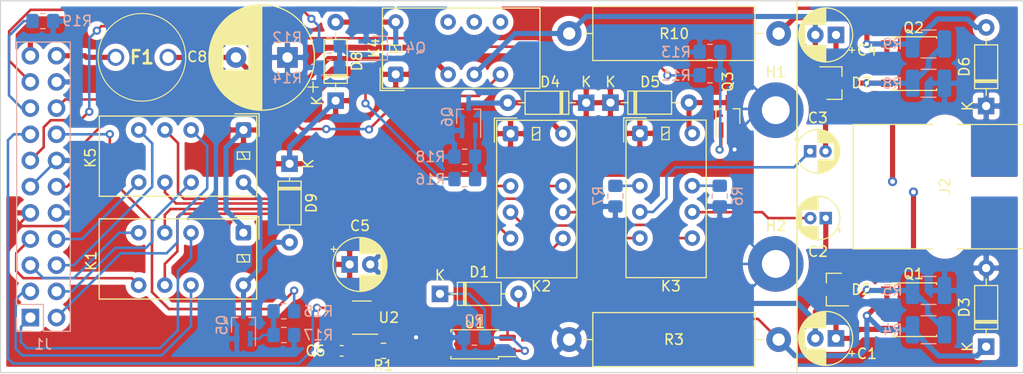
<source format=kicad_pcb>
(kicad_pcb (version 20171130) (host pcbnew "(5.1.7)-1")
  (layers (0 F.Cu signal) (31 B.Cu signal) (34 B.Paste user) (35 F.Paste user) (36 B.SilkS user hide) (37 F.SilkS user) (38 B.Mask user) (39 F.Mask user) (44 Edge.Cuts user))
  (net 0 "")
  (net 1 "Net-(C1-Pad1)")
  (net 2 GND)
  (net 3 /AUDT)
  (net 4 /TIP)
  (net 5 /AUDR)
  (net 6 /RING)
  (net 7 "Net-(C4-Pad2)")
  (net 8 "Net-(C4-Pad1)")
  (net 9 +3V3)
  (net 10 -48V)
  (net 11 "Net-(D1-Pad1)")
  (net 12 "Net-(D1-Pad2)")
  (net 13 +5V)
  (net 14 "Net-(D4-Pad2)")
  (net 15 "Net-(D5-Pad2)")
  (net 16 "Net-(D6-Pad2)")
  (net 17 "Net-(D8-Pad2)")
  (net 18 /LTSW)
  (net 19 /VBATT)
  (net 20 "Net-(J1-Pad1)")
  (net 21 "Net-(J1-Pad2)")
  (net 22 "Net-(J1-Pad3)")
  (net 23 "Net-(J1-Pad4)")
  (net 24 "Net-(J1-Pad5)")
  (net 25 "Net-(J1-Pad6)")
  (net 26 "Net-(J1-Pad7)")
  (net 27 "Net-(J1-Pad8)")
  (net 28 /RINGE)
  (net 29 /AUDE)
  (net 30 /RTRIP)
  (net 31 /LTSEL)
  (net 32 /CINST)
  (net 33 /LINE)
  (net 34 "Net-(K1-Pad9)")
  (net 35 "Net-(K1-Pad4)")
  (net 36 "Net-(K2-Pad3)")
  (net 37 "Net-(K2-Pad4)")
  (net 38 "Net-(K2-Pad9)")
  (net 39 "Net-(K2-Pad10)")
  (net 40 "Net-(K3-Pad10)")
  (net 41 "Net-(K3-Pad3)")
  (net 42 "Net-(K4-Pad8)")
  (net 43 "Net-(K4-Pad9)")
  (net 44 "Net-(K4-Pad10)")
  (net 45 "Net-(Q3-Pad1)")
  (net 46 "Net-(Q4-Pad1)")
  (net 47 "Net-(Q5-Pad1)")
  (net 48 "Net-(Q6-Pad1)")
  (net 49 /HOOKS)
  (net 50 "Net-(U2-Pad1)")
  (net 51 /VRING)
  (module MountingHole:MountingHole_2.7mm_M2.5_Pad (layer F.Cu) (at 163.1696 107.061)
    (fp_text reference H2 (at 0 -3.7) (layer F.SilkS))
    (fp_text value MNT2)
    (pad 1 thru_hole circle (at 0 0) (size 5.399999 5.399999) (drill 2.7) (layers *.Cu *.Mask) (net 2 GND))
  )
  (module MountingHole:MountingHole_2.7mm_M2.5_Pad (layer F.Cu) (at 163.1696 92.1512)
    (fp_text reference H1 (at 0 -3.7) (layer F.SilkS))
    (fp_text value MNT1)
    (pad 1 thru_hole circle (at 0 0) (size 5.399999 5.399999) (drill 2.7) (layers *.Cu *.Mask) (net 2 GND))
  )
  (module Relay_THT:Relay_DPDT_Kemet_EC2 (layer F.Cu) (at 111.5314 94.0689 270)
    (fp_text reference K5 (at 2.7051 14.859 270) (layer F.SilkS))
    (fp_text value EC2-5NU)
    (pad 1 thru_hole roundrect (at 0 0 270) (size 1.5 1.5) (drill 0.8) (layers *.Cu *.Mask) (roundrect_rratio 0.167) (net 13 +5V))
    (pad 3 thru_hole circle (at 0 5.08 270) (size 1.5 1.5) (drill 0.8) (layers *.Cu *.Mask) (net 21 "Net-(J1-Pad2)"))
    (pad 4 thru_hole circle (at 0 7.62 270) (size 1.5 1.5) (drill 0.8) (layers *.Cu *.Mask) (net 36 "Net-(K2-Pad3)"))
    (pad 5 thru_hole circle (at 0 10.16 270) (size 1.5 1.5) (drill 0.8) (layers *.Cu *.Mask) (net 25 "Net-(J1-Pad6)"))
    (pad 8 thru_hole circle (at 5.08 10.16 270) (size 1.5 1.5) (drill 0.8) (layers *.Cu *.Mask) (net 27 "Net-(J1-Pad8)"))
    (pad 9 thru_hole circle (at 5.08 7.62 270) (size 1.5 1.5) (drill 0.8) (layers *.Cu *.Mask) (net 39 "Net-(K2-Pad10)"))
    (pad 10 thru_hole circle (at 5.08 5.08 270) (size 1.5 1.5) (drill 0.8) (layers *.Cu *.Mask) (net 23 "Net-(J1-Pad4)"))
    (pad 12 thru_hole circle (at 5.08 0 270) (size 1.5 1.5) (drill 0.8) (layers *.Cu *.Mask) (net 18 /LTSW))
  )
  (module PhoneInterfaceParts:RJE0112001 (layer F.Cu) (at 179.578 99.568 90)
    (fp_text reference J2 (at 0 0 90) (layer F.SilkS))
    (fp_text value 6P2C)
    (pad "" np_thru_hole circle (at -4.7625 0 90) (size 3.4544 3.4544) (drill 3.4544) (layers *.Cu *.Mask))
    (pad "" np_thru_hole circle (at 4.7625 0 90) (size 3.4544 3.4544) (drill 3.4544) (layers *.Cu *.Mask))
    (pad 1 thru_hole circle (at 0.4953 -5.08 90) (size 0.889 0.889) (drill 0.4572) (layers *.Cu *.Mask) (net 6 /RING))
    (pad 2 thru_hole circle (at -0.5207 -3.048 90) (size 0.889 0.889) (drill 0.4572) (layers *.Cu *.Mask) (net 4 /TIP))
  )
  (module Diode_THT:D_DO-35_SOD27_P7.62mm_Horizontal (layer F.Cu) (at 116.0018 97.3455 270)
    (fp_text reference D9 (at 3.81 -2.12 90) (layer F.SilkS))
    (fp_text value 1N4148)
    (fp_text user K (at 0 -1.8 90) (layer F.SilkS))
    (pad 2 thru_hole oval (at 7.62 0 270) (size 1.6 1.6) (drill 0.8) (layers *.Cu *.Mask) (net 18 /LTSW))
    (pad 1 thru_hole rect (at 0 0 270) (size 1.6 1.6) (drill 0.8) (layers *.Cu *.Mask) (net 13 +5V))
  )
  (module Diode_THT:D_DO-35_SOD27_P7.62mm_Horizontal (layer F.Cu) (at 120.4722 91.2241 90)
    (fp_text reference D8 (at 3.8227 2.0574 90) (layer F.SilkS))
    (fp_text value 1N4148)
    (fp_text user K (at 0 -1.8 90) (layer F.SilkS))
    (pad 2 thru_hole oval (at 7.62 0 90) (size 1.6 1.6) (drill 0.8) (layers *.Cu *.Mask) (net 17 "Net-(D8-Pad2)"))
    (pad 1 thru_hole rect (at 0 0 90) (size 1.6 1.6) (drill 0.8) (layers *.Cu *.Mask) (net 13 +5V))
  )
  (module Diode_THT:D_DO-35_SOD27_P7.62mm_Horizontal (layer F.Cu) (at 183.5785 91.7448 90)
    (fp_text reference D6 (at 3.81 -2.12 90) (layer F.SilkS))
    (fp_text value 1N4148)
    (fp_text user K (at 0 -1.8 90) (layer F.SilkS))
    (pad 2 thru_hole oval (at 7.62 0 90) (size 1.6 1.6) (drill 0.8) (layers *.Cu *.Mask) (net 16 "Net-(D6-Pad2)"))
    (pad 1 thru_hole rect (at 0 0 90) (size 1.6 1.6) (drill 0.8) (layers *.Cu *.Mask) (net 6 /RING))
  )
  (module Diode_THT:D_DO-35_SOD27_P7.62mm_Horizontal (layer F.Cu) (at 147.1295 91.4146)
    (fp_text reference D5 (at 3.8481 -2.0066) (layer F.SilkS))
    (fp_text value 1N4148)
    (fp_text user K (at 0 -2.0066) (layer F.SilkS))
    (pad 2 thru_hole oval (at 7.62 0) (size 1.6 1.6) (drill 0.8) (layers *.Cu *.Mask) (net 15 "Net-(D5-Pad2)"))
    (pad 1 thru_hole rect (at 0 0) (size 1.6 1.6) (drill 0.8) (layers *.Cu *.Mask) (net 13 +5V))
  )
  (module Diode_THT:D_DO-35_SOD27_P7.62mm_Horizontal (layer F.Cu) (at 144.78 91.4273 180)
    (fp_text reference D4 (at 3.5052 2.0193) (layer F.SilkS))
    (fp_text value 1N4148)
    (fp_text user K (at 0 2.0193) (layer F.SilkS))
    (pad 2 thru_hole oval (at 7.62 0 180) (size 1.6 1.6) (drill 0.8) (layers *.Cu *.Mask) (net 14 "Net-(D4-Pad2)"))
    (pad 1 thru_hole rect (at 0 0 180) (size 1.6 1.6) (drill 0.8) (layers *.Cu *.Mask) (net 13 +5V))
  )
  (module Diode_THT:D_DO-35_SOD27_P7.62mm_Horizontal (layer F.Cu) (at 183.5785 115.0874 90)
    (fp_text reference D3 (at 3.81 -2.12 90) (layer F.SilkS))
    (fp_text value 1N4148)
    (fp_text user K (at 0 -1.8 90) (layer F.SilkS))
    (pad 2 thru_hole oval (at 7.62 0 90) (size 1.6 1.6) (drill 0.8) (layers *.Cu *.Mask) (net 4 /TIP))
    (pad 1 thru_hole rect (at 0 0 90) (size 1.6 1.6) (drill 0.8) (layers *.Cu *.Mask) (net 12 "Net-(D1-Pad2)"))
  )
  (module Diode_THT:D_DO-35_SOD27_P7.62mm_Horizontal (layer F.Cu) (at 130.5941 109.9693)
    (fp_text reference D1 (at 3.81 -2.12) (layer F.SilkS))
    (fp_text value 1N4148)
    (fp_text user K (at 0 -1.8) (layer F.SilkS))
    (pad 2 thru_hole oval (at 7.62 0) (size 1.6 1.6) (drill 0.8) (layers *.Cu *.Mask) (net 12 "Net-(D1-Pad2)"))
    (pad 1 thru_hole rect (at 0 0) (size 1.6 1.6) (drill 0.8) (layers *.Cu *.Mask) (net 11 "Net-(D1-Pad1)"))
  )
  (module Capacitor_THT:CP_Radial_D5.0mm_P2.00mm (layer F.Cu) (at 169.0116 114.2873 180)
    (fp_text reference C1 (at -2.9972 -1.4859) (layer F.SilkS))
    (fp_text value 3.3u)
    (pad 1 thru_hole rect (at 0 0 180) (size 1.6 1.6) (drill 0.8) (layers *.Cu *.Mask) (net 1 "Net-(C1-Pad1)"))
    (pad 2 thru_hole circle (at 2 0 180) (size 1.6 1.6) (drill 0.8) (layers *.Cu *.Mask) (net 2 GND))
  )
  (module Capacitor_THT:CP_Radial_D4.0mm_P1.50mm (layer F.Cu) (at 168.021 102.616 180)
    (fp_text reference C2 (at 0.75 -3.25) (layer F.SilkS))
    (fp_text value 2.2u)
    (pad 2 thru_hole circle (at 1.5 0 180) (size 1.2 1.2) (drill 0.6) (layers *.Cu *.Mask) (net 3 /AUDT))
    (pad 1 thru_hole rect (at 0 0 180) (size 1.2 1.2) (drill 0.6) (layers *.Cu *.Mask) (net 4 /TIP))
  )
  (module Capacitor_THT:CP_Radial_D4.0mm_P1.50mm (layer F.Cu) (at 166.497 96.139)
    (fp_text reference C3 (at 0.75 -3.25) (layer F.SilkS))
    (fp_text value 2.2u)
    (pad 1 thru_hole rect (at 0 0) (size 1.2 1.2) (drill 0.6) (layers *.Cu *.Mask) (net 5 /AUDR))
    (pad 2 thru_hole circle (at 1.5 0) (size 1.2 1.2) (drill 0.6) (layers *.Cu *.Mask) (net 6 /RING))
  )
  (module Capacitor_THT:CP_Radial_D5.0mm_P2.00mm (layer F.Cu) (at 169.0116 84.8487 180)
    (fp_text reference C4 (at -2.9972 -1.4859) (layer F.SilkS))
    (fp_text value 3.3u)
    (pad 2 thru_hole circle (at 2 0 180) (size 1.6 1.6) (drill 0.8) (layers *.Cu *.Mask) (net 7 "Net-(C4-Pad2)"))
    (pad 1 thru_hole rect (at 0 0 180) (size 1.6 1.6) (drill 0.8) (layers *.Cu *.Mask) (net 8 "Net-(C4-Pad1)"))
  )
  (module Capacitor_THT:CP_Radial_D5.0mm_P2.00mm (layer F.Cu) (at 121.8311 107.1118)
    (fp_text reference C5 (at 1 -3.75) (layer F.SilkS))
    (fp_text value 100u)
    (pad 1 thru_hole rect (at 0 0) (size 1.6 1.6) (drill 0.8) (layers *.Cu *.Mask) (net 9 +3V3))
    (pad 2 thru_hole circle (at 2 0) (size 1.6 1.6) (drill 0.8) (layers *.Cu *.Mask) (net 2 GND))
  )
  (module Capacitor_SMD:C_0603_1608Metric_Pad1.08x0.95mm_HandSolder (layer F.Cu) (at 121.0553 115.4938 180)
    (fp_text reference C6 (at 2.5389 0) (layer F.SilkS))
    (fp_text value .1u)
    (pad 2 smd roundrect (at 0.8625 0 180) (size 1.075 0.95) (layers F.Cu F.Paste F.Mask) (net 2 GND))
    (pad 1 smd roundrect (at -0.8625 0 180) (size 1.075 0.95) (layers F.Cu F.Paste F.Mask) (net 9 +3V3))
  )
  (module Capacitor_THT:CP_Radial_D10.0mm_P5.00mm (layer F.Cu) (at 115.7986 87.0331 180)
    (fp_text reference C8 (at 8.763 0.0635) (layer F.SilkS))
    (fp_text value 100u)
    (pad 1 thru_hole rect (at 0 0 180) (size 2 2) (drill 1) (layers *.Cu *.Mask) (net 2 GND))
    (pad 2 thru_hole circle (at 5 0 180) (size 2 2) (drill 1) (layers *.Cu *.Mask) (net 10 -48V))
  )
  (module Diode_SMD:D_SOT-23_ANK (layer F.Cu) (at 168.8305 109.5502 180)
    (fp_text reference D2 (at -2.6449 0) (layer F.SilkS))
    (fp_text value BZX84-C9V1)
    (pad 1 smd rect (at 1 0 180) (size 0.9 0.8) (layers F.Cu F.Paste F.Mask) (net 2 GND))
    (pad "" smd rect (at -1 0.95 180) (size 0.9 0.8) (layers F.Cu F.Paste F.Mask))
    (pad 2 smd rect (at -1 -0.95 180) (size 0.9 0.8) (layers F.Cu F.Paste F.Mask) (net 1 "Net-(C1-Pad1)"))
  )
  (module Diode_SMD:D_SOT-23_ANK (layer F.Cu) (at 168.8305 89.5198)
    (fp_text reference D7 (at 2.6449 -0.0102) (layer F.SilkS))
    (fp_text value BZX84-C9V1)
    (pad 2 smd rect (at -1 -0.95) (size 0.9 0.8) (layers F.Cu F.Paste F.Mask) (net 7 "Net-(C4-Pad2)"))
    (pad "" smd rect (at -1 0.95) (size 0.9 0.8) (layers F.Cu F.Paste F.Mask))
    (pad 1 smd rect (at 1 0) (size 0.9 0.8) (layers F.Cu F.Paste F.Mask) (net 8 "Net-(C4-Pad1)"))
  )
  (module Imported_Parts:00346605 (layer F.Cu) (at 99.1362 87.0204)
    (fp_text reference F1 (at 2.54 0) (layer F.SilkS) (effects (font (size 1.27 1.27) (thickness 0.254))))
    (fp_text value 100mA hide)
    (pad 2 thru_hole circle (at 5.08 0) (size 1.65 1.65) (drill 1.1) (layers *.Cu *.Mask) (net 10 -48V))
    (pad 1 thru_hole circle (at 0 0) (size 1.65 1.65) (drill 1.1) (layers *.Cu *.Mask) (net 19 /VBATT))
  )
  (module Connector_PinHeader_2.54mm:PinHeader_2x11_P2.54mm_Vertical (layer B.Cu) (at 90.8558 112.268)
    (fp_text reference J1 (at 1.2446 2.5908) (layer B.SilkS) (effects (justify mirror)))
    (fp_text value Interface)
    (pad 1 thru_hole rect (at 0 0) (size 1.7 1.7) (drill 1) (layers *.Cu *.Mask) (net 20 "Net-(J1-Pad1)"))
    (pad 2 thru_hole oval (at 2.54 0) (size 1.7 1.7) (drill 1) (layers *.Cu *.Mask) (net 21 "Net-(J1-Pad2)"))
    (pad 3 thru_hole oval (at 0 -2.54) (size 1.7 1.7) (drill 1) (layers *.Cu *.Mask) (net 22 "Net-(J1-Pad3)"))
    (pad 4 thru_hole oval (at 2.54 -2.54) (size 1.7 1.7) (drill 1) (layers *.Cu *.Mask) (net 23 "Net-(J1-Pad4)"))
    (pad 5 thru_hole oval (at 0 -5.08) (size 1.7 1.7) (drill 1) (layers *.Cu *.Mask) (net 24 "Net-(J1-Pad5)"))
    (pad 6 thru_hole oval (at 2.54 -5.08) (size 1.7 1.7) (drill 1) (layers *.Cu *.Mask) (net 25 "Net-(J1-Pad6)"))
    (pad 7 thru_hole oval (at 0 -7.62) (size 1.7 1.7) (drill 1) (layers *.Cu *.Mask) (net 26 "Net-(J1-Pad7)"))
    (pad 8 thru_hole oval (at 2.54 -7.62) (size 1.7 1.7) (drill 1) (layers *.Cu *.Mask) (net 27 "Net-(J1-Pad8)"))
    (pad 9 thru_hole oval (at 0 -10.16) (size 1.7 1.7) (drill 1) (layers *.Cu *.Mask) (net 9 +3V3))
    (pad 10 thru_hole oval (at 2.54 -10.16) (size 1.7 1.7) (drill 1) (layers *.Cu *.Mask) (net 2 GND))
    (pad 11 thru_hole oval (at 0 -12.7) (size 1.7 1.7) (drill 1) (layers *.Cu *.Mask) (net 2 GND))
    (pad 12 thru_hole oval (at 2.54 -12.7) (size 1.7 1.7) (drill 1) (layers *.Cu *.Mask) (net 51 /VRING))
    (pad 13 thru_hole oval (at 0 -15.24) (size 1.7 1.7) (drill 1) (layers *.Cu *.Mask) (net 29 /AUDE))
    (pad 14 thru_hole oval (at 2.54 -15.24) (size 1.7 1.7) (drill 1) (layers *.Cu *.Mask) (net 2 GND))
    (pad 15 thru_hole oval (at 0 -17.78) (size 1.7 1.7) (drill 1) (layers *.Cu *.Mask) (net 30 /RTRIP))
    (pad 16 thru_hole oval (at 2.54 -17.78) (size 1.7 1.7) (drill 1) (layers *.Cu *.Mask) (net 31 /LTSEL))
    (pad 17 thru_hole oval (at 0 -20.32) (size 1.7 1.7) (drill 1) (layers *.Cu *.Mask) (net 32 /CINST))
    (pad 18 thru_hole oval (at 2.54 -20.32) (size 1.7 1.7) (drill 1) (layers *.Cu *.Mask) (net 33 /LINE))
    (pad 19 thru_hole oval (at 0 -22.86) (size 1.7 1.7) (drill 1) (layers *.Cu *.Mask) (net 28 /RINGE))
    (pad 20 thru_hole oval (at 2.54 -22.86) (size 1.7 1.7) (drill 1) (layers *.Cu *.Mask) (net 2 GND))
    (pad 21 thru_hole oval (at 0 -25.4) (size 1.7 1.7) (drill 1) (layers *.Cu *.Mask) (net 13 +5V))
    (pad 22 thru_hole oval (at 2.54 -25.4) (size 1.7 1.7) (drill 1) (layers *.Cu *.Mask) (net 19 /VBATT))
  )
  (module Relay_THT:Relay_DPDT_Kemet_EC2 (layer F.Cu) (at 111.5187 104.0384 270)
    (fp_text reference K1 (at 2.7178 14.7701 270) (layer F.SilkS))
    (fp_text value EC2-5NU)
    (pad 12 thru_hole circle (at 5.08 0 270) (size 1.5 1.5) (drill 0.8) (layers *.Cu *.Mask) (net 18 /LTSW))
    (pad 10 thru_hole circle (at 5.08 5.08 270) (size 1.5 1.5) (drill 0.8) (layers *.Cu *.Mask) (net 22 "Net-(J1-Pad3)"))
    (pad 9 thru_hole circle (at 5.08 7.62 270) (size 1.5 1.5) (drill 0.8) (layers *.Cu *.Mask) (net 34 "Net-(K1-Pad9)"))
    (pad 8 thru_hole circle (at 5.08 10.16 270) (size 1.5 1.5) (drill 0.8) (layers *.Cu *.Mask) (net 26 "Net-(J1-Pad7)"))
    (pad 5 thru_hole circle (at 0 10.16 270) (size 1.5 1.5) (drill 0.8) (layers *.Cu *.Mask) (net 24 "Net-(J1-Pad5)"))
    (pad 4 thru_hole circle (at 0 7.62 270) (size 1.5 1.5) (drill 0.8) (layers *.Cu *.Mask) (net 35 "Net-(K1-Pad4)"))
    (pad 3 thru_hole circle (at 0 5.08 270) (size 1.5 1.5) (drill 0.8) (layers *.Cu *.Mask) (net 20 "Net-(J1-Pad1)"))
    (pad 1 thru_hole roundrect (at 0 0 270) (size 1.5 1.5) (drill 0.8) (layers *.Cu *.Mask) (roundrect_rratio 0.167) (net 13 +5V))
  )
  (module Relay_THT:Relay_DPDT_Kemet_EC2 (layer F.Cu) (at 137.4394 94.4245)
    (fp_text reference K2 (at 2.9718 14.7955 180) (layer F.SilkS))
    (fp_text value EC2-5NU)
    (pad 1 thru_hole roundrect (at 0 0) (size 1.5 1.5) (drill 0.8) (layers *.Cu *.Mask) (roundrect_rratio 0.167) (net 13 +5V))
    (pad 3 thru_hole circle (at 0 5.08) (size 1.5 1.5) (drill 0.8) (layers *.Cu *.Mask) (net 36 "Net-(K2-Pad3)"))
    (pad 4 thru_hole circle (at 0 7.62) (size 1.5 1.5) (drill 0.8) (layers *.Cu *.Mask) (net 37 "Net-(K2-Pad4)"))
    (pad 5 thru_hole circle (at 0 10.16) (size 1.5 1.5) (drill 0.8) (layers *.Cu *.Mask) (net 35 "Net-(K1-Pad4)"))
    (pad 8 thru_hole circle (at 5.08 10.16) (size 1.5 1.5) (drill 0.8) (layers *.Cu *.Mask) (net 34 "Net-(K1-Pad9)"))
    (pad 9 thru_hole circle (at 5.08 7.62) (size 1.5 1.5) (drill 0.8) (layers *.Cu *.Mask) (net 38 "Net-(K2-Pad9)"))
    (pad 10 thru_hole circle (at 5.08 5.08) (size 1.5 1.5) (drill 0.8) (layers *.Cu *.Mask) (net 39 "Net-(K2-Pad10)"))
    (pad 12 thru_hole circle (at 5.08 0) (size 1.5 1.5) (drill 0.8) (layers *.Cu *.Mask) (net 14 "Net-(D4-Pad2)"))
  )
  (module Relay_THT:Relay_DPDT_Kemet_EC2 (layer F.Cu) (at 149.987 94.3991)
    (fp_text reference K3 (at 2.9972 14.8209 180) (layer F.SilkS))
    (fp_text value EC2-5NU)
    (pad 12 thru_hole circle (at 5.08 0) (size 1.5 1.5) (drill 0.8) (layers *.Cu *.Mask) (net 15 "Net-(D5-Pad2)"))
    (pad 10 thru_hole circle (at 5.08 5.08) (size 1.5 1.5) (drill 0.8) (layers *.Cu *.Mask) (net 40 "Net-(K3-Pad10)"))
    (pad 9 thru_hole circle (at 5.08 7.62) (size 1.5 1.5) (drill 0.8) (layers *.Cu *.Mask) (net 3 /AUDT))
    (pad 8 thru_hole circle (at 5.08 10.16) (size 1.5 1.5) (drill 0.8) (layers *.Cu *.Mask) (net 38 "Net-(K2-Pad9)"))
    (pad 5 thru_hole circle (at 0 10.16) (size 1.5 1.5) (drill 0.8) (layers *.Cu *.Mask) (net 37 "Net-(K2-Pad4)"))
    (pad 4 thru_hole circle (at 0 7.62) (size 1.5 1.5) (drill 0.8) (layers *.Cu *.Mask) (net 5 /AUDR))
    (pad 3 thru_hole circle (at 0 5.08) (size 1.5 1.5) (drill 0.8) (layers *.Cu *.Mask) (net 41 "Net-(K3-Pad3)"))
    (pad 1 thru_hole roundrect (at 0 0) (size 1.5 1.5) (drill 0.8) (layers *.Cu *.Mask) (roundrect_rratio 0.167) (net 13 +5V))
  )
  (module Relay_THT:Relay_DPDT_Kemet_EC2 (layer F.Cu) (at 126.3015 88.6714 90)
    (fp_text reference K4 (at 2.54 -2.0955 270) (layer F.SilkS))
    (fp_text value EC2-5NU)
    (pad 1 thru_hole roundrect (at 0 0 90) (size 1.5 1.5) (drill 0.8) (layers *.Cu *.Mask) (roundrect_rratio 0.167) (net 13 +5V))
    (pad 3 thru_hole circle (at 0 5.08 90) (size 1.5 1.5) (drill 0.8) (layers *.Cu *.Mask) (net 10 -48V))
    (pad 4 thru_hole circle (at 0 7.62 90) (size 1.5 1.5) (drill 0.8) (layers *.Cu *.Mask) (net 7 "Net-(C4-Pad2)"))
    (pad 5 thru_hole circle (at 0 10.16 90) (size 1.5 1.5) (drill 0.8) (layers *.Cu *.Mask) (net 51 /VRING))
    (pad 8 thru_hole circle (at 5.08 10.16 90) (size 1.5 1.5) (drill 0.8) (layers *.Cu *.Mask) (net 42 "Net-(K4-Pad8)"))
    (pad 9 thru_hole circle (at 5.08 7.62 90) (size 1.5 1.5) (drill 0.8) (layers *.Cu *.Mask) (net 43 "Net-(K4-Pad9)"))
    (pad 10 thru_hole circle (at 5.08 5.08 90) (size 1.5 1.5) (drill 0.8) (layers *.Cu *.Mask) (net 44 "Net-(K4-Pad10)"))
    (pad 12 thru_hole circle (at 5.08 0 90) (size 1.5 1.5) (drill 0.8) (layers *.Cu *.Mask) (net 17 "Net-(D8-Pad2)"))
  )
  (module Package_TO_SOT_SMD:LFPAK56 (layer F.Cu) (at 176.784 111.506)
    (fp_text reference Q1 (at -0.245 -3.48) (layer F.SilkS))
    (fp_text value PHPT61003PYX)
    (pad 5 smd custom (at 0.435 0) (size 3.3 4.2) (layers F.Cu F.Mask) (net 4 /TIP) (options (clearance outline) (anchor rect)) (primitives (gr_poly (pts (xy 1.425 -2.35) (xy 2.975 -2.35) (xy 2.975 2.35) (xy 1.425 2.35)) (width 0))))
    (pad 4 smd rect (at -2.835 1.91 270) (size 0.7 1.15) (layers F.Cu F.Paste F.Mask) (net 1 "Net-(C1-Pad1)"))
    (pad 3 smd rect (at -2.835 0.64 270) (size 0.7 1.15) (layers F.Cu F.Paste F.Mask) (net 12 "Net-(D1-Pad2)"))
    (pad 1 smd rect (at -2.835 -1.91 270) (size 0.7 1.15) (layers F.Cu F.Paste F.Mask) (net 12 "Net-(D1-Pad2)"))
    (pad 2 smd rect (at -2.835 -0.64 270) (size 0.7 1.15) (layers F.Cu F.Paste F.Mask) (net 12 "Net-(D1-Pad2)"))
  )
  (module Package_TO_SOT_SMD:LFPAK56 (layer F.Cu) (at 176.784 87.63)
    (fp_text reference Q2 (at -0.245 -3.48) (layer F.SilkS))
    (fp_text value PHPT61003NYX)
    (pad 2 smd rect (at -2.835 -0.64 270) (size 0.7 1.15) (layers F.Cu F.Paste F.Mask) (net 16 "Net-(D6-Pad2)"))
    (pad 1 smd rect (at -2.835 -1.91 270) (size 0.7 1.15) (layers F.Cu F.Paste F.Mask) (net 16 "Net-(D6-Pad2)"))
    (pad 3 smd rect (at -2.835 0.64 270) (size 0.7 1.15) (layers F.Cu F.Paste F.Mask) (net 16 "Net-(D6-Pad2)"))
    (pad 4 smd rect (at -2.835 1.91 270) (size 0.7 1.15) (layers F.Cu F.Paste F.Mask) (net 8 "Net-(C4-Pad1)"))
    (pad 5 smd custom (at 0.254 0) (size 3.300001 4.199999) (layers F.Cu F.Mask) (net 6 /RING) (options (clearance outline) (anchor rect)) (primitives (gr_poly (pts (xy 1.425 -2.35) (xy 2.975 -2.35) (xy 2.975 2.35) (xy 1.425 2.35)) (width 0))))
  )
  (module Package_TO_SOT_SMD:SOT-323_SC-70_Handsoldering (layer F.Cu) (at 158.5214 92.7481 90)
    (fp_text reference Q3 (at 3.3655 0 90) (layer F.SilkS))
    (fp_text value XP231N02013R-G)
    (pad 1 smd rect (at -1.33 -0.65) (size 0.45 1.5) (layers F.Cu F.Paste F.Mask) (net 45 "Net-(Q3-Pad1)"))
    (pad 2 smd rect (at -1.33 0.65) (size 0.45 1.5) (layers F.Cu F.Paste F.Mask) (net 2 GND))
    (pad 3 smd rect (at 1.33 0) (size 0.45 1.5) (layers F.Cu F.Paste F.Mask) (net 15 "Net-(D5-Pad2)"))
  )
  (module Package_TO_SOT_SMD:SOT-323_SC-70_Handsoldering (layer B.Cu) (at 124.7556 86.1187)
    (fp_text reference Q4 (at 3.489 -0.0127) (layer B.SilkS) (effects (justify mirror)))
    (fp_text value XP231N02013R-G)
    (pad 3 smd rect (at 1.33 0 90) (size 0.45 1.5) (layers B.Cu B.Paste B.Mask) (net 17 "Net-(D8-Pad2)"))
    (pad 2 smd rect (at -1.33 -0.65 90) (size 0.45 1.5) (layers B.Cu B.Paste B.Mask) (net 2 GND))
    (pad 1 smd rect (at -1.33 0.65 90) (size 0.45 1.5) (layers B.Cu B.Paste B.Mask) (net 46 "Net-(Q4-Pad1)"))
  )
  (module Package_TO_SOT_SMD:SOT-323_SC-70_Handsoldering (layer B.Cu) (at 111.5314 112.9919 90)
    (fp_text reference Q5 (at 0 -2.0828 270) (layer B.SilkS) (effects (justify mirror)))
    (fp_text value XP231N02013R-G)
    (pad 1 smd rect (at -1.33 0.65 180) (size 0.45 1.5) (layers B.Cu B.Paste B.Mask) (net 47 "Net-(Q5-Pad1)"))
    (pad 2 smd rect (at -1.33 -0.65 180) (size 0.45 1.5) (layers B.Cu B.Paste B.Mask) (net 2 GND))
    (pad 3 smd rect (at 1.33 0 180) (size 0.45 1.5) (layers B.Cu B.Paste B.Mask) (net 18 /LTSW))
  )
  (module Package_TO_SOT_SMD:SOT-323_SC-70_Handsoldering (layer B.Cu) (at 133.3754 92.7862 90)
    (fp_text reference Q6 (at 0 -2.0828 270) (layer B.SilkS) (effects (justify mirror)))
    (fp_text value XP231N02013R-G)
    (pad 3 smd rect (at 1.33 0 180) (size 0.45 1.5) (layers B.Cu B.Paste B.Mask) (net 14 "Net-(D4-Pad2)"))
    (pad 2 smd rect (at -1.33 -0.65 180) (size 0.45 1.5) (layers B.Cu B.Paste B.Mask) (net 2 GND))
    (pad 1 smd rect (at -1.33 0.65 180) (size 0.45 1.5) (layers B.Cu B.Paste B.Mask) (net 48 "Net-(Q6-Pad1)"))
  )
  (module Resistor_SMD:R_0805_2012Metric_Pad1.20x1.40mm_HandSolder (layer F.Cu) (at 125.1171 115.4938 180)
    (fp_text reference R1 (at 0.0221 -1.4224) (layer F.SilkS))
    (fp_text value 1k)
    (pad 2 smd roundrect (at 1 0 180) (size 1.2 1.4) (layers F.Cu F.Paste F.Mask) (roundrect_rratio 0.208333) (net 9 +3V3))
    (pad 1 smd roundrect (at -1 0 180) (size 1.2 1.4) (layers F.Cu F.Paste F.Mask) (roundrect_rratio 0.208333) (net 49 /HOOKS))
  )
  (module Resistor_SMD:R_0805_2012Metric_Pad1.20x1.40mm_HandSolder (layer B.Cu) (at 133.9342 114.2111 180)
    (fp_text reference R2 (at 0 1.65) (layer B.SilkS) (effects (justify mirror)))
    (fp_text value 4.7k)
    (pad 1 smd roundrect (at -1 0 180) (size 1.2 1.4) (layers B.Cu B.Paste B.Mask) (roundrect_rratio 0.208333) (net 11 "Net-(D1-Pad1)"))
    (pad 2 smd roundrect (at 1 0 180) (size 1.2 1.4) (layers B.Cu B.Paste B.Mask) (roundrect_rratio 0.208333) (net 2 GND))
  )
  (module Resistor_THT:R_Axial_DIN0516_L15.5mm_D5.0mm_P20.32mm_Horizontal (layer F.Cu) (at 143.129 114.4016)
    (fp_text reference R3 (at 10.16 0) (layer F.SilkS))
    (fp_text value 200Ω)
    (pad 1 thru_hole circle (at 0 0) (size 2.4 2.4) (drill 1.2) (layers *.Cu *.Mask) (net 2 GND))
    (pad 2 thru_hole oval (at 20.32 0) (size 2.4 2.4) (drill 1.2) (layers *.Cu *.Mask) (net 12 "Net-(D1-Pad2)"))
  )
  (module Resistor_SMD:R_1210_3225Metric_Pad1.30x2.65mm_HandSolder (layer B.Cu) (at 177.9905 113.4491 180)
    (fp_text reference R4 (at 3.4925 -0.0127) (layer B.SilkS) (effects (justify mirror)))
    (fp_text value 6.8k)
    (pad 2 smd roundrect (at 1.55 0 180) (size 1.3 2.65) (layers B.Cu B.Paste B.Mask) (roundrect_rratio 0.192308) (net 12 "Net-(D1-Pad2)"))
    (pad 1 smd roundrect (at -1.55 0 180) (size 1.3 2.65) (layers B.Cu B.Paste B.Mask) (roundrect_rratio 0.192308) (net 1 "Net-(C1-Pad1)"))
  )
  (module Resistor_SMD:R_1210_3225Metric_Pad1.30x2.65mm_HandSolder (layer B.Cu) (at 177.9905 109.6391 180)
    (fp_text reference R5 (at 3.4925 0.0127) (layer B.SilkS) (effects (justify mirror)))
    (fp_text value 6.8k)
    (pad 1 smd roundrect (at -1.55 0 180) (size 1.3 2.65) (layers B.Cu B.Paste B.Mask) (roundrect_rratio 0.192308) (net 4 /TIP))
    (pad 2 smd roundrect (at 1.55 0 180) (size 1.3 2.65) (layers B.Cu B.Paste B.Mask) (roundrect_rratio 0.192308) (net 1 "Net-(C1-Pad1)"))
  )
  (module Resistor_SMD:R_0805_2012Metric_Pad1.20x1.40mm_HandSolder (layer B.Cu) (at 157.734 100.4791 90)
    (fp_text reference R6 (at 0 1.7272 270) (layer B.SilkS) (effects (justify mirror)))
    (fp_text value 33k)
    (pad 2 smd roundrect (at 1 0 90) (size 1.2 1.4) (layers B.Cu B.Paste B.Mask) (roundrect_rratio 0.208333) (net 40 "Net-(K3-Pad10)"))
    (pad 1 smd roundrect (at -1 0 90) (size 1.2 1.4) (layers B.Cu B.Paste B.Mask) (roundrect_rratio 0.208333) (net 2 GND))
  )
  (module Resistor_SMD:R_0805_2012Metric_Pad1.20x1.40mm_HandSolder (layer B.Cu) (at 147.6121 100.4857 90)
    (fp_text reference R7 (at 0.0287 -1.6383 90) (layer B.SilkS) (effects (justify mirror)))
    (fp_text value 33k)
    (pad 1 smd roundrect (at -1 0 90) (size 1.2 1.4) (layers B.Cu B.Paste B.Mask) (roundrect_rratio 0.208333) (net 2 GND))
    (pad 2 smd roundrect (at 1 0 90) (size 1.2 1.4) (layers B.Cu B.Paste B.Mask) (roundrect_rratio 0.208333) (net 41 "Net-(K3-Pad3)"))
  )
  (module Resistor_SMD:R_1210_3225Metric_Pad1.30x2.65mm_HandSolder (layer B.Cu) (at 177.9905 89.535 180)
    (fp_text reference R8 (at 3.4925 -0.0254) (layer B.SilkS) (effects (justify mirror)))
    (fp_text value 6.8k)
    (pad 2 smd roundrect (at 1.55 0 180) (size 1.3 2.65) (layers B.Cu B.Paste B.Mask) (roundrect_rratio 0.192308) (net 8 "Net-(C4-Pad1)"))
    (pad 1 smd roundrect (at -1.55 0 180) (size 1.3 2.65) (layers B.Cu B.Paste B.Mask) (roundrect_rratio 0.192308) (net 6 /RING))
  )
  (module Resistor_SMD:R_1210_3225Metric_Pad1.30x2.65mm_HandSolder (layer B.Cu) (at 177.9905 85.725 180)
    (fp_text reference R9 (at 3.4925 0) (layer B.SilkS) (effects (justify mirror)))
    (fp_text value 6.8k)
    (pad 1 smd roundrect (at -1.55 0 180) (size 1.3 2.65) (layers B.Cu B.Paste B.Mask) (roundrect_rratio 0.192308) (net 8 "Net-(C4-Pad1)"))
    (pad 2 smd roundrect (at 1.55 0 180) (size 1.3 2.65) (layers B.Cu B.Paste B.Mask) (roundrect_rratio 0.192308) (net 16 "Net-(D6-Pad2)"))
  )
  (module Resistor_THT:R_Axial_DIN0516_L15.5mm_D5.0mm_P20.32mm_Horizontal (layer F.Cu) (at 143.129 84.709)
    (fp_text reference R10 (at 10.1854 0.0254) (layer F.SilkS))
    (fp_text value 200Ω)
    (pad 2 thru_hole oval (at 20.32 0) (size 2.4 2.4) (drill 1.2) (layers *.Cu *.Mask) (net 16 "Net-(D6-Pad2)"))
    (pad 1 thru_hole circle (at 0 0) (size 2.4 2.4) (drill 1.2) (layers *.Cu *.Mask) (net 7 "Net-(C4-Pad2)"))
  )
  (module Resistor_SMD:R_0805_2012Metric_Pad1.20x1.40mm_HandSolder (layer B.Cu) (at 156.7848 88.7603)
    (fp_text reference R11 (at -3.2926 0.0127) (layer B.SilkS) (effects (justify mirror)))
    (fp_text value 100Ω)
    (pad 2 smd roundrect (at 1 0) (size 1.2 1.4) (layers B.Cu B.Paste B.Mask) (roundrect_rratio 0.208333) (net 45 "Net-(Q3-Pad1)"))
    (pad 1 smd roundrect (at -1 0) (size 1.2 1.4) (layers B.Cu B.Paste B.Mask) (roundrect_rratio 0.208333) (net 29 /AUDE))
  )
  (module Resistor_SMD:R_0805_2012Metric_Pad1.20x1.40mm_HandSolder (layer B.Cu) (at 119.8593 85.8647)
    (fp_text reference R12 (at -4.0861 -0.7493) (layer B.SilkS) (effects (justify mirror)))
    (fp_text value 100Ω)
    (pad 2 smd roundrect (at 1 0) (size 1.2 1.4) (layers B.Cu B.Paste B.Mask) (roundrect_rratio 0.208333) (net 46 "Net-(Q4-Pad1)"))
    (pad 1 smd roundrect (at -1 0) (size 1.2 1.4) (layers B.Cu B.Paste B.Mask) (roundrect_rratio 0.208333) (net 28 /RINGE))
  )
  (module Resistor_SMD:R_0805_2012Metric_Pad1.20x1.40mm_HandSolder (layer B.Cu) (at 156.7848 86.4997)
    (fp_text reference R13 (at -3.2926 0.0127) (layer B.SilkS) (effects (justify mirror)))
    (fp_text value 1k)
    (pad 1 smd roundrect (at -1 0) (size 1.2 1.4) (layers B.Cu B.Paste B.Mask) (roundrect_rratio 0.208333) (net 2 GND))
    (pad 2 smd roundrect (at 1 0) (size 1.2 1.4) (layers B.Cu B.Paste B.Mask) (roundrect_rratio 0.208333) (net 45 "Net-(Q3-Pad1)"))
  )
  (module Resistor_SMD:R_0805_2012Metric_Pad1.20x1.40mm_HandSolder (layer B.Cu) (at 119.8593 88.011)
    (fp_text reference R14 (at -4.0861 1.016) (layer B.SilkS) (effects (justify mirror)))
    (fp_text value 1k)
    (pad 2 smd roundrect (at 1 0) (size 1.2 1.4) (layers B.Cu B.Paste B.Mask) (roundrect_rratio 0.208333) (net 46 "Net-(Q4-Pad1)"))
    (pad 1 smd roundrect (at -1 0) (size 1.2 1.4) (layers B.Cu B.Paste B.Mask) (roundrect_rratio 0.208333) (net 2 GND))
  )
  (module Resistor_SMD:R_0805_2012Metric_Pad1.20x1.40mm_HandSolder (layer B.Cu) (at 115.4463 111.6584)
    (fp_text reference R15 (at 3.3495 0) (layer B.SilkS) (effects (justify mirror)))
    (fp_text value 100Ω)
    (pad 1 smd roundrect (at -1 0) (size 1.2 1.4) (layers B.Cu B.Paste B.Mask) (roundrect_rratio 0.208333) (net 47 "Net-(Q5-Pad1)"))
    (pad 2 smd roundrect (at 1 0) (size 1.2 1.4) (layers B.Cu B.Paste B.Mask) (roundrect_rratio 0.208333) (net 31 /LTSEL))
  )
  (module Resistor_SMD:R_0805_2012Metric_Pad1.20x1.40mm_HandSolder (layer B.Cu) (at 132.9977 98.8314)
    (fp_text reference R16 (at -3.3307 0.0254) (layer B.SilkS) (effects (justify mirror)))
    (fp_text value 100Ω)
    (pad 2 smd roundrect (at 1 0) (size 1.2 1.4) (layers B.Cu B.Paste B.Mask) (roundrect_rratio 0.208333) (net 48 "Net-(Q6-Pad1)"))
    (pad 1 smd roundrect (at -1 0) (size 1.2 1.4) (layers B.Cu B.Paste B.Mask) (roundrect_rratio 0.208333) (net 33 /LINE))
  )
  (module Resistor_SMD:R_0805_2012Metric_Pad1.20x1.40mm_HandSolder (layer B.Cu) (at 115.4463 113.9571)
    (fp_text reference R17 (at 3.3495 0.0127) (layer B.SilkS) (effects (justify mirror)))
    (fp_text value 1k)
    (pad 1 smd roundrect (at -1 0) (size 1.2 1.4) (layers B.Cu B.Paste B.Mask) (roundrect_rratio 0.208333) (net 47 "Net-(Q5-Pad1)"))
    (pad 2 smd roundrect (at 1 0) (size 1.2 1.4) (layers B.Cu B.Paste B.Mask) (roundrect_rratio 0.208333) (net 2 GND))
  )
  (module Resistor_SMD:R_0805_2012Metric_Pad1.20x1.40mm_HandSolder (layer B.Cu) (at 132.9977 96.6597)
    (fp_text reference R18 (at -3.3307 0.0127) (layer B.SilkS) (effects (justify mirror)))
    (fp_text value 1k)
    (pad 2 smd roundrect (at 1 0) (size 1.2 1.4) (layers B.Cu B.Paste B.Mask) (roundrect_rratio 0.208333) (net 48 "Net-(Q6-Pad1)"))
    (pad 1 smd roundrect (at -1 0) (size 1.2 1.4) (layers B.Cu B.Paste B.Mask) (roundrect_rratio 0.208333) (net 2 GND))
  )
  (module Resistor_SMD:R_0805_2012Metric_Pad1.20x1.40mm_HandSolder (layer B.Cu) (at 92.0656 83.5025)
    (fp_text reference R19 (at 3.3368 -0.0127) (layer B.SilkS) (effects (justify mirror)))
    (fp_text value 4.7k)
    (pad 1 smd roundrect (at -1 0) (size 1.2 1.4) (layers B.Cu B.Paste B.Mask) (roundrect_rratio 0.208333) (net 32 /CINST))
    (pad 2 smd roundrect (at 1 0) (size 1.2 1.4) (layers B.Cu B.Paste B.Mask) (roundrect_rratio 0.208333) (net 2 GND))
  )
  (module Package_SO:SOP-4_4.4x2.6mm_P1.27mm (layer F.Cu) (at 133.9596 114.8588 180)
    (fp_text reference U1 (at 0 2.0828) (layer F.SilkS))
    (fp_text value TCMD1000)
    (pad 1 smd roundrect (at -3.1875 -0.635 180) (size 1.625 0.6) (layers F.Cu F.Paste F.Mask) (net 11 "Net-(D1-Pad1)"))
    (pad 2 smd roundrect (at -3.1875 0.635 180) (size 1.625 0.6) (layers F.Cu F.Paste F.Mask) (net 12 "Net-(D1-Pad2)"))
    (pad 3 smd roundrect (at 3.1875 0.635 180) (size 1.625 0.6) (layers F.Cu F.Paste F.Mask) (net 2 GND))
    (pad 4 smd roundrect (at 3.1875 -0.635 180) (size 1.625 0.6) (layers F.Cu F.Paste F.Mask) (net 49 /HOOKS))
  )
  (module Package_TO_SOT_SMD:SOT-23-5 (layer F.Cu) (at 123.0171 112.2705 180)
    (fp_text reference U2 (at -2.6113 0.0025) (layer F.SilkS))
    (fp_text value NL17SZ14DBVT1G)
    (pad 1 smd rect (at -1.1 -0.95 180) (size 1.06 0.65) (layers F.Cu F.Paste F.Mask) (net 50 "Net-(U2-Pad1)"))
    (pad 2 smd rect (at -1.1 0 180) (size 1.06 0.65) (layers F.Cu F.Paste F.Mask) (net 49 /HOOKS))
    (pad 3 smd rect (at -1.1 0.95 180) (size 1.06 0.65) (layers F.Cu F.Paste F.Mask) (net 2 GND))
    (pad 4 smd rect (at 1.1 0.95 180) (size 1.06 0.65) (layers F.Cu F.Paste F.Mask) (net 30 /RTRIP))
    (pad 5 smd rect (at 1.1 -0.95 180) (size 1.06 0.65) (layers F.Cu F.Paste F.Mask) (net 9 +3V3))
  )
  (gr_line (start 87.9602 81.534) (end 87.9602 81.6483) (layer Edge.Cuts) (width 0.1))
  (gr_line (start 100.33 81.534) (end 87.9602 81.534) (layer Edge.Cuts) (width 0.1))
  (gr_line (start 87.9602 117.602) (end 87.9602 81.6483) (layer Edge.Cuts) (width 0.1))
  (gr_line (start 100.33 117.602) (end 87.9602 117.602) (layer Edge.Cuts) (width 0.1))
  (gr_line (start 187.198 81.534) (end 182.118 81.534) (layer Edge.Cuts) (width 0.1))
  (gr_line (start 187.198 105.6005) (end 187.198 81.534) (layer Edge.Cuts) (width 0.1))
  (gr_line (start 187.198 117.602) (end 182.118 117.602) (layer Edge.Cuts) (width 0.1))
  (gr_line (start 187.198 117.5385) (end 187.198 117.602) (layer Edge.Cuts) (width 0.1))
  (gr_line (start 187.198 117.475) (end 187.198 117.5385) (layer Edge.Cuts) (width 0.1))
  (gr_line (start 187.198 105.6005) (end 187.198 117.475) (layer Edge.Cuts) (width 0.1))
  (gr_line (start 165.227 81.534) (end 165.227 117.602) (layer F.SilkS) (width 0.15))
  (gr_line (start 100.33 81.534) (end 182.118 81.534) (layer Edge.Cuts) (width 0.1))
  (gr_line (start 182.118 117.602) (end 100.33 117.602) (layer Edge.Cuts) (width 0.1))
  (segment (start 169.8305 110.5002) (end 169.8305 111.665) (width 0.499872) (layer F.Cu) (net 1))
  (segment (start 169.0116 112.4839) (end 169.0116 114.2873) (width 0.499872) (layer F.Cu) (net 1))
  (segment (start 169.8305 111.665) (end 169.0116 112.4839) (width 0.499872) (layer F.Cu) (net 1))
  (segment (start 169.0116 114.2873) (end 170.4086 114.2873) (width 0.499872) (layer F.Cu) (net 1))
  (segment (start 171.2799 113.416) (end 173.949 113.416) (width 0.499872) (layer F.Cu) (net 1))
  (segment (start 170.4086 114.2873) (end 171.2799 113.416) (width 0.499872) (layer F.Cu) (net 1))
  (segment (start 176.4405 109.6391) (end 177.9143 111.1129) (width 0.499872) (layer B.Cu) (net 1))
  (segment (start 177.9143 111.8229) (end 179.5405 113.4491) (width 0.499872) (layer B.Cu) (net 1))
  (segment (start 177.9143 111.1129) (end 177.9143 111.8229) (width 0.499872) (layer B.Cu) (net 1))
  (via (at 172.0088 109.5756) (size 0.8) (drill 0.4) (layers F.Cu B.Cu) (net 1))
  (segment (start 171.9072 109.6391) (end 171.8437 109.5756) (width 0.499872) (layer B.Cu) (net 1))
  (segment (start 176.4405 109.6391) (end 171.9072 109.6391) (width 0.499872) (layer B.Cu) (net 1))
  (segment (start 171.0842 110.5002) (end 172.0088 109.5756) (width 0.499872) (layer F.Cu) (net 1))
  (segment (start 169.8305 110.5002) (end 171.0842 110.5002) (width 0.499872) (layer F.Cu) (net 1))
  (segment (start 167.8305 109.5502) (end 167.8305 110.871) (width 0.499872) (layer F.Cu) (net 2))
  (segment (start 167.0116 111.6899) (end 167.0116 114.2873) (width 0.499872) (layer F.Cu) (net 2))
  (segment (start 167.8305 110.871) (end 167.0116 111.6899) (width 0.499872) (layer F.Cu) (net 2))
  (segment (start 167.0116 114.2873) (end 167.0116 112.6175) (width 0.499872) (layer B.Cu) (net 2))
  (segment (start 167.0116 112.6175) (end 165.2905 110.8964) (width 0.499872) (layer B.Cu) (net 2))
  (segment (start 165.2905 110.8964) (end 160.4772 110.8964) (width 0.499872) (layer B.Cu) (net 2))
  (via (at 128.27 114.1857) (size 0.8) (drill 0.4) (layers F.Cu B.Cu) (net 2))
  (segment (start 128.3081 114.2238) (end 128.27 114.1857) (width 0.25) (layer F.Cu) (net 2))
  (segment (start 130.7721 114.2238) (end 128.3081 114.2238) (width 0.25) (layer F.Cu) (net 2))
  (segment (start 128.27 114.1857) (end 127.4191 114.1857) (width 0.25) (layer B.Cu) (net 2))
  (via (at 118.999 115.4811) (size 0.8) (drill 0.4) (layers F.Cu B.Cu) (net 2))
  (segment (start 119.0117 115.4938) (end 118.999 115.4811) (width 0.25) (layer F.Cu) (net 2))
  (segment (start 120.1928 115.4938) (end 119.0117 115.4938) (width 0.25) (layer F.Cu) (net 2))
  (segment (start 118.999 115.4811) (end 119.9642 115.4811) (width 0.25) (layer B.Cu) (net 2))
  (segment (start 125.4048 111.3205) (end 128.27 114.1857) (width 0.25) (layer F.Cu) (net 2))
  (segment (start 124.1171 111.3205) (end 125.4048 111.3205) (width 0.25) (layer F.Cu) (net 2))
  (via (at 159.1691 95.9612) (size 0.8) (drill 0.4) (layers F.Cu B.Cu) (net 2))
  (segment (start 159.1714 95.9589) (end 159.1691 95.9612) (width 0.499872) (layer F.Cu) (net 2))
  (segment (start 159.1714 94.0781) (end 159.1714 95.9589) (width 0.499872) (layer F.Cu) (net 2))
  (segment (start 159.1691 95.9612) (end 158.8008 95.5929) (width 0.499872) (layer B.Cu) (net 2))
  (segment (start 90.8558 99.568) (end 93.3958 97.028) (width 0.25) (layer B.Cu) (net 2))
  (segment (start 116.5987 82.3341) (end 115.7986 83.1342) (width 0.499872) (layer B.Cu) (net 2))
  (segment (start 122.1994 82.3341) (end 116.5987 82.3341) (width 0.499872) (layer B.Cu) (net 2))
  (segment (start 123.4256 83.5603) (end 122.1994 82.3341) (width 0.499872) (layer B.Cu) (net 2))
  (segment (start 115.7986 83.1342) (end 115.7986 87.0331) (width 0.499872) (layer B.Cu) (net 2))
  (segment (start 123.4256 85.4687) (end 123.4256 83.5603) (width 0.499872) (layer B.Cu) (net 2))
  (segment (start 162.9156 90.8431) (end 159.7787 93.98) (width 0.25) (layer B.Cu) (net 2))
  (segment (start 163.1696 107.061) (end 160.147 110.0836) (width 0.25) (layer B.Cu) (net 2))
  (segment (start 163.1696 107.061) (end 163.0172 107.061) (width 0.25) (layer B.Cu) (net 2))
  (segment (start 163.1696 107.061) (end 162.7378 107.061) (width 0.25) (layer B.Cu) (net 2))
  (segment (start 162.7378 107.061) (end 160.5026 104.8258) (width 0.25) (layer B.Cu) (net 2))
  (segment (start 163.1696 92.0242) (end 160.3756 89.2302) (width 0.25) (layer B.Cu) (net 2))
  (segment (start 163.1696 92.0242) (end 159.1818 92.0242) (width 0.25) (layer B.Cu) (net 2))
  (segment (start 163.1696 107.061) (end 159.2072 107.061) (width 0.25) (layer B.Cu) (net 2))
  (segment (start 155.0924 102.0445) (end 155.067 102.0191) (width 0.25) (layer F.Cu) (net 3))
  (segment (start 162.433 102.616) (end 161.8615 102.0445) (width 0.25) (layer F.Cu) (net 3))
  (segment (start 161.8615 102.0445) (end 155.0924 102.0445) (width 0.25) (layer F.Cu) (net 3))
  (segment (start 166.521 102.616) (end 162.433 102.616) (width 0.25) (layer F.Cu) (net 3))
  (segment (start 176.53 110.817) (end 177.219 111.506) (width 0.499872) (layer F.Cu) (net 4))
  (segment (start 168.021 102.616) (end 168.021 106.2355) (width 0.499872) (layer F.Cu) (net 4))
  (segment (start 169.1005 107.315) (end 176.53 107.315) (width 0.499872) (layer F.Cu) (net 4))
  (segment (start 168.021 106.2355) (end 169.1005 107.315) (width 0.499872) (layer F.Cu) (net 4))
  (segment (start 176.53 107.315) (end 176.53 110.817) (width 0.499872) (layer F.Cu) (net 4))
  (segment (start 176.53 100.0887) (end 176.53 107.315) (width 0.499872) (layer F.Cu) (net 4))
  (segment (start 166.497 96.139) (end 164.9476 97.6884) (width 0.25) (layer B.Cu) (net 5))
  (segment (start 149.987 102.0191) (end 151.257 102.0191) (width 0.25) (layer B.Cu) (net 5))
  (segment (start 151.257 102.0191) (end 152.5651 100.711) (width 0.25) (layer B.Cu) (net 5))
  (segment (start 152.5651 100.711) (end 152.5651 98.552) (width 0.25) (layer B.Cu) (net 5))
  (segment (start 153.4287 97.6884) (end 156.718 97.6884) (width 0.25) (layer B.Cu) (net 5))
  (segment (start 152.5651 98.552) (end 153.4287 97.6884) (width 0.25) (layer B.Cu) (net 5))
  (segment (start 156.718 97.6884) (end 156.21 97.6884) (width 0.25) (layer B.Cu) (net 5))
  (segment (start 164.9476 97.6884) (end 156.718 97.6884) (width 0.25) (layer B.Cu) (net 5))
  (segment (start 174.498 99.0727) (end 174.498 92.71) (width 0.499872) (layer F.Cu) (net 6))
  (segment (start 177.038 90.17) (end 177.038 87.63) (width 0.499872) (layer F.Cu) (net 6))
  (segment (start 167.997 96.139) (end 167.997 93.496) (width 0.499872) (layer F.Cu) (net 6))
  (segment (start 175.0187 92.1893) (end 168.4147 92.1893) (width 0.499872) (layer F.Cu) (net 6))
  (segment (start 175.0187 92.1893) (end 177.038 90.17) (width 0.499872) (layer F.Cu) (net 6))
  (segment (start 167.997 92.607) (end 167.997 93.496) (width 0.499872) (layer F.Cu) (net 6))
  (segment (start 168.4147 92.1893) (end 167.997 92.607) (width 0.499872) (layer F.Cu) (net 6))
  (segment (start 174.498 92.71) (end 174.498 92.1893) (width 0.499872) (layer F.Cu) (net 6))
  (segment (start 167.0116 87.7509) (end 167.0116 84.8487) (width 0.499872) (layer F.Cu) (net 7))
  (segment (start 167.8305 88.5698) (end 167.0116 87.7509) (width 0.499872) (layer F.Cu) (net 7))
  (segment (start 144.778937 83.059063) (end 143.129 84.709) (width 0.499872) (layer B.Cu) (net 7))
  (segment (start 167.0116 83.71733) (end 166.353333 83.059063) (width 0.499872) (layer B.Cu) (net 7))
  (segment (start 166.353333 83.059063) (end 144.778937 83.059063) (width 0.499872) (layer B.Cu) (net 7))
  (segment (start 167.0116 84.8487) (end 167.0116 83.71733) (width 0.499872) (layer B.Cu) (net 7))
  (segment (start 137.8839 84.709) (end 133.9215 88.6714) (width 0.499872) (layer B.Cu) (net 7))
  (segment (start 143.129 84.709) (end 137.8839 84.709) (width 0.499872) (layer B.Cu) (net 7))
  (segment (start 179.5405 85.725) (end 177.9905 87.275) (width 0.499872) (layer B.Cu) (net 8))
  (segment (start 177.9905 87.985) (end 176.4405 89.535) (width 0.499872) (layer B.Cu) (net 8))
  (segment (start 177.9905 87.275) (end 177.9905 87.985) (width 0.499872) (layer B.Cu) (net 8))
  (segment (start 173.9288 89.5198) (end 173.949 89.54) (width 0.499872) (layer F.Cu) (net 8))
  (segment (start 172.0011 89.535) (end 171.9859 89.5198) (width 0.499872) (layer B.Cu) (net 8))
  (segment (start 176.4405 89.535) (end 172.0011 89.535) (width 0.499872) (layer B.Cu) (net 8))
  (segment (start 171.9859 89.5198) (end 172.0113 89.5198) (width 0.499872) (layer F.Cu) (net 8))
  (segment (start 169.8305 89.5198) (end 171.9859 89.5198) (width 0.499872) (layer F.Cu) (net 8))
  (segment (start 169.0116 84.8487) (end 169.0116 86.4362) (width 0.499872) (layer F.Cu) (net 8))
  (segment (start 169.8305 87.2551) (end 169.8305 89.5198) (width 0.499872) (layer F.Cu) (net 8))
  (segment (start 169.0116 86.4362) (end 169.8305 87.2551) (width 0.499872) (layer F.Cu) (net 8))
  (segment (start 172.0113 89.5198) (end 173.9288 89.5198) (width 0.499872) (layer F.Cu) (net 8))
  (via (at 172.0088 89.5198) (size 0.8) (drill 0.4) (layers F.Cu B.Cu) (net 8))
  (segment (start 121.9178 115.4938) (end 124.1171 115.4938) (width 0.25) (layer F.Cu) (net 9))
  (segment (start 96.139 103.0349) (end 95.7832 103.3907) (width 0.25) (layer F.Cu) (net 9))
  (segment (start 96.139 102.4349) (end 96.139 103.0349) (width 0.25) (layer F.Cu) (net 9))
  (segment (start 95.7832 103.3907) (end 89.5477 103.3907) (width 0.25) (layer F.Cu) (net 9))
  (segment (start 90.8558 102.108) (end 89.7001 103.2637) (width 0.25) (layer F.Cu) (net 9))
  (segment (start 113.1481 89.3826) (end 110.7986 87.0331) (width 0.499872) (layer F.Cu) (net 10))
  (segment (start 117.5131 89.3826) (end 113.1481 89.3826) (width 0.499872) (layer F.Cu) (net 10))
  (segment (start 119.761 87.1347) (end 117.5131 89.3826) (width 0.499872) (layer F.Cu) (net 10))
  (segment (start 129.8448 87.1347) (end 119.761 87.1347) (width 0.499872) (layer F.Cu) (net 10))
  (segment (start 131.3815 88.6714) (end 129.8448 87.1347) (width 0.499872) (layer F.Cu) (net 10))
  (segment (start 104.2289 87.0331) (end 104.2162 87.0204) (width 0.499872) (layer F.Cu) (net 10))
  (segment (start 110.7986 87.0331) (end 104.2289 87.0331) (width 0.499872) (layer F.Cu) (net 10))
  (via (at 138.8237 115.4938) (size 0.8) (drill 0.4) (layers F.Cu B.Cu) (net 11))
  (segment (start 137.541 114.2111) (end 138.8237 115.4938) (width 0.25) (layer B.Cu) (net 11))
  (segment (start 134.9342 114.2111) (end 137.541 114.2111) (width 0.25) (layer B.Cu) (net 11))
  (segment (start 138.8237 115.4938) (end 137.1471 115.4938) (width 0.25) (layer F.Cu) (net 11))
  (segment (start 130.5941 109.9693) (end 133.4135 109.9693) (width 0.25) (layer B.Cu) (net 11))
  (segment (start 134.9342 111.49) (end 134.9342 114.2111) (width 0.25) (layer B.Cu) (net 11))
  (segment (start 133.4135 109.9693) (end 134.9342 111.49) (width 0.25) (layer B.Cu) (net 11))
  (segment (start 173.949 109.596) (end 173.949 112.146) (width 0.499872) (layer F.Cu) (net 12))
  (segment (start 173.3677 113.4491) (end 176.4405 113.4491) (width 0.499872) (layer B.Cu) (net 12))
  (segment (start 172.0088 112.0902) (end 173.3677 113.4491) (width 0.499872) (layer B.Cu) (net 12))
  (via (at 172.0088 112.0902) (size 0.8) (drill 0.4) (layers F.Cu B.Cu) (net 12))
  (segment (start 173.233 110.866) (end 172.0088 112.0902) (width 0.499872) (layer F.Cu) (net 12))
  (segment (start 173.949 110.866) (end 173.233 110.866) (width 0.499872) (layer F.Cu) (net 12))
  (segment (start 172.0088 115.1636) (end 172.0088 112.0902) (width 0.499872) (layer B.Cu) (net 12))
  (segment (start 165.0111 115.9637) (end 171.2087 115.9637) (width 0.499872) (layer B.Cu) (net 12))
  (segment (start 171.2087 115.9637) (end 172.0088 115.1636) (width 0.499872) (layer B.Cu) (net 12))
  (segment (start 163.449 114.4016) (end 165.0111 115.9637) (width 0.499872) (layer B.Cu) (net 12))
  (segment (start 183.5785 115.0874) (end 182.6768 115.9891) (width 0.499872) (layer B.Cu) (net 12))
  (segment (start 178.9805 115.9891) (end 176.4405 113.4491) (width 0.499872) (layer B.Cu) (net 12))
  (segment (start 182.6768 115.9891) (end 178.9805 115.9891) (width 0.499872) (layer B.Cu) (net 12))
  (segment (start 161.4424 112.395) (end 163.449 114.4016) (width 0.25) (layer F.Cu) (net 12))
  (segment (start 138.2014 112.395) (end 161.4424 112.395) (width 0.25) (layer F.Cu) (net 12))
  (segment (start 137.1471 113.4493) (end 138.2014 112.395) (width 0.25) (layer F.Cu) (net 12))
  (segment (start 137.1471 114.2238) (end 137.1471 113.4493) (width 0.25) (layer F.Cu) (net 12))
  (segment (start 138.2141 112.3823) (end 138.2014 112.395) (width 0.25) (layer F.Cu) (net 12))
  (segment (start 138.2141 109.9693) (end 138.2141 112.3823) (width 0.25) (layer F.Cu) (net 12))
  (segment (start 111.5187 104.0384) (end 111.5187 103.5177) (width 0.499872) (layer B.Cu) (net 13))
  (segment (start 111.5187 103.5177) (end 109.8296 101.8286) (width 0.499872) (layer B.Cu) (net 13))
  (segment (start 109.8296 95.7707) (end 111.5314 94.0689) (width 0.499872) (layer B.Cu) (net 13))
  (segment (start 109.8296 101.8286) (end 109.8296 95.7707) (width 0.499872) (layer B.Cu) (net 13))
  (segment (start 116.0018 95.6945) (end 120.4722 91.2241) (width 0.499872) (layer B.Cu) (net 13))
  (segment (start 116.0018 97.3455) (end 116.0018 95.6945) (width 0.499872) (layer B.Cu) (net 13))
  (segment (start 139.5222 91.4273) (end 142.5194 94.4245) (width 0.499872) (layer F.Cu) (net 14))
  (segment (start 137.16 91.4273) (end 139.5222 91.4273) (width 0.499872) (layer F.Cu) (net 14))
  (segment (start 137.1311 91.4562) (end 137.16 91.4273) (width 0.499872) (layer B.Cu) (net 14))
  (segment (start 133.3754 91.4562) (end 137.1311 91.4562) (width 0.499872) (layer B.Cu) (net 14))
  (segment (start 154.7495 94.0816) (end 155.067 94.3991) (width 0.499872) (layer F.Cu) (net 15))
  (segment (start 154.7495 91.4146) (end 154.7495 94.0816) (width 0.499872) (layer F.Cu) (net 15))
  (segment (start 158.5179 91.4146) (end 158.5214 91.4181) (width 0.499872) (layer F.Cu) (net 15))
  (segment (start 154.7495 91.4146) (end 158.5179 91.4146) (width 0.499872) (layer F.Cu) (net 15))
  (segment (start 173.949 85.72) (end 173.949 88.27) (width 0.499872) (layer F.Cu) (net 16))
  (via (at 172.0088 85.725) (size 0.8) (drill 0.4) (layers F.Cu B.Cu) (net 16))
  (segment (start 172.0138 85.72) (end 172.0088 85.725) (width 0.499872) (layer F.Cu) (net 16))
  (segment (start 173.949 85.72) (end 172.0138 85.72) (width 0.499872) (layer F.Cu) (net 16))
  (segment (start 172.0088 85.725) (end 176.4405 85.725) (width 0.499872) (layer B.Cu) (net 16))
  (segment (start 164.973 83.185) (end 163.449 84.709) (width 0.499872) (layer F.Cu) (net 16))
  (segment (start 170.9674 83.185) (end 164.973 83.185) (width 0.499872) (layer F.Cu) (net 16))
  (segment (start 172.0088 84.2264) (end 170.9674 83.185) (width 0.499872) (layer F.Cu) (net 16))
  (segment (start 172.0088 85.725) (end 172.0088 84.2264) (width 0.499872) (layer F.Cu) (net 16))
  (segment (start 183.5785 84.1248) (end 182.5879 84.1248) (width 0.499872) (layer B.Cu) (net 16))
  (segment (start 182.5879 84.1248) (end 181.7624 83.2993) (width 0.499872) (layer B.Cu) (net 16))
  (segment (start 178.8662 83.2993) (end 176.4405 85.725) (width 0.499872) (layer B.Cu) (net 16))
  (segment (start 181.7624 83.2993) (end 178.8662 83.2993) (width 0.499872) (layer B.Cu) (net 16))
  (segment (start 126.2888 83.6041) (end 126.3015 83.5914) (width 0.499872) (layer F.Cu) (net 17))
  (segment (start 120.4722 83.6041) (end 126.2888 83.6041) (width 0.499872) (layer F.Cu) (net 17))
  (segment (start 126.3015 85.9028) (end 126.0856 86.1187) (width 0.499872) (layer B.Cu) (net 17))
  (segment (start 126.3015 83.5914) (end 126.3015 85.9028) (width 0.499872) (layer B.Cu) (net 17))
  (segment (start 111.5314 109.1311) (end 111.5187 109.1184) (width 0.499872) (layer B.Cu) (net 18))
  (segment (start 111.5314 111.6619) (end 111.5314 109.1311) (width 0.499872) (layer B.Cu) (net 18))
  (segment (start 111.5187 109.1184) (end 113.1189 107.5182) (width 0.499872) (layer B.Cu) (net 18))
  (segment (start 113.1189 100.7364) (end 111.5314 99.1489) (width 0.499872) (layer B.Cu) (net 18))
  (segment (start 114.4905 104.9655) (end 113.1189 106.3371) (width 0.499872) (layer B.Cu) (net 18))
  (segment (start 116.0018 104.9655) (end 114.4905 104.9655) (width 0.499872) (layer B.Cu) (net 18))
  (segment (start 113.1189 106.3371) (end 113.1189 100.7364) (width 0.499872) (layer B.Cu) (net 18))
  (segment (start 113.1189 107.5182) (end 113.1189 106.3371) (width 0.499872) (layer B.Cu) (net 18))
  (segment (start 96.1517 86.868) (end 93.3958 86.868) (width 0.499872) (layer F.Cu) (net 19))
  (segment (start 96.3041 87.0204) (end 96.1517 86.868) (width 0.499872) (layer F.Cu) (net 19))
  (segment (start 99.1362 87.0204) (end 96.3041 87.0204) (width 0.499872) (layer F.Cu) (net 19))
  (segment (start 90.8558 111.7346) (end 90.6399 111.7346) (width 0.25) (layer B.Cu) (net 20))
  (segment (start 90.8558 111.7346) (end 90.8558 111.7473) (width 0.25) (layer B.Cu) (net 20))
  (segment (start 90.5383 115.2398) (end 89.9414 114.6429) (width 0.25) (layer B.Cu) (net 20))
  (segment (start 89.9414 114.6429) (end 89.9414 113.1824) (width 0.25) (layer B.Cu) (net 20))
  (segment (start 103.4161 115.2398) (end 90.5383 115.2398) (width 0.25) (layer B.Cu) (net 20))
  (segment (start 105.1687 113.4872) (end 103.4161 115.2398) (width 0.25) (layer B.Cu) (net 20))
  (segment (start 89.9414 113.1824) (end 90.8558 112.268) (width 0.25) (layer B.Cu) (net 20))
  (segment (start 105.1687 107.7595) (end 105.1687 113.4872) (width 0.25) (layer B.Cu) (net 20))
  (segment (start 106.4387 106.4895) (end 105.1687 107.7595) (width 0.25) (layer B.Cu) (net 20))
  (segment (start 106.4387 104.0384) (end 106.4387 106.4895) (width 0.25) (layer B.Cu) (net 20))
  (segment (start 104.0638 106.0323) (end 99.6188 106.0323) (width 0.25) (layer B.Cu) (net 21))
  (segment (start 105.1306 104.9655) (end 104.0638 106.0323) (width 0.25) (layer B.Cu) (net 21))
  (segment (start 105.1306 102.616) (end 105.1306 104.9655) (width 0.25) (layer B.Cu) (net 21))
  (segment (start 93.3958 112.2553) (end 93.3958 112.268) (width 0.25) (layer B.Cu) (net 21))
  (segment (start 99.6188 106.0323) (end 93.3958 112.2553) (width 0.25) (layer B.Cu) (net 21))
  (segment (start 108.0135 99.7331) (end 105.1306 102.616) (width 0.25) (layer B.Cu) (net 21))
  (segment (start 108.0135 95.631) (end 108.0135 99.7331) (width 0.25) (layer B.Cu) (net 21))
  (segment (start 106.4514 94.0689) (end 108.0135 95.631) (width 0.25) (layer B.Cu) (net 21))
  (segment (start 90.5002 109.1946) (end 90.8558 109.1946) (width 0.25) (layer B.Cu) (net 22))
  (segment (start 89.4334 110.5027) (end 90.2081 109.728) (width 0.25) (layer B.Cu) (net 22))
  (segment (start 90.2081 109.728) (end 90.8558 109.728) (width 0.25) (layer B.Cu) (net 22))
  (segment (start 89.4334 115.2906) (end 89.4334 110.5027) (width 0.25) (layer B.Cu) (net 22))
  (segment (start 90.0811 115.9383) (end 89.4334 115.2906) (width 0.25) (layer B.Cu) (net 22))
  (segment (start 103.5939 115.9383) (end 90.0811 115.9383) (width 0.25) (layer B.Cu) (net 22))
  (segment (start 106.4387 113.0935) (end 103.5939 115.9383) (width 0.25) (layer B.Cu) (net 22))
  (segment (start 106.4387 109.1184) (end 106.4387 113.0935) (width 0.25) (layer B.Cu) (net 22))
  (segment (start 106.4006 98.6282) (end 106.4514 98.6282) (width 0.25) (layer B.Cu) (net 23))
  (segment (start 102.6922 104.8893) (end 102.6922 102.9081) (width 0.25) (layer B.Cu) (net 23))
  (segment (start 102.0826 105.4989) (end 102.6922 104.8893) (width 0.25) (layer B.Cu) (net 23))
  (segment (start 102.6922 102.9081) (end 106.4514 99.1489) (width 0.25) (layer B.Cu) (net 23))
  (segment (start 99.1108 105.4989) (end 102.0826 105.4989) (width 0.25) (layer B.Cu) (net 23))
  (segment (start 94.8817 109.728) (end 99.1108 105.4989) (width 0.25) (layer B.Cu) (net 23))
  (segment (start 93.3958 109.728) (end 94.8817 109.728) (width 0.25) (layer B.Cu) (net 23))
  (segment (start 101.0666 104.0384) (end 101.3587 104.0384) (width 0.25) (layer B.Cu) (net 24))
  (segment (start 92.1004 108.4326) (end 90.8558 107.188) (width 0.25) (layer B.Cu) (net 24))
  (segment (start 95.0849 108.4326) (end 92.1004 108.4326) (width 0.25) (layer B.Cu) (net 24))
  (segment (start 99.4791 104.0384) (end 95.0849 108.4326) (width 0.25) (layer B.Cu) (net 24))
  (segment (start 101.3587 104.0384) (end 99.4791 104.0384) (width 0.25) (layer B.Cu) (net 24))
  (segment (start 101.3714 94.5007) (end 101.3714 93.5482) (width 0.25) (layer B.Cu) (net 25))
  (segment (start 95.0595 107.188) (end 93.3958 107.188) (width 0.25) (layer B.Cu) (net 25))
  (segment (start 102.6795 99.568) (end 95.0595 107.188) (width 0.25) (layer B.Cu) (net 25))
  (segment (start 102.6795 95.377) (end 102.6795 99.568) (width 0.25) (layer B.Cu) (net 25))
  (segment (start 101.3714 94.0689) (end 102.6795 95.377) (width 0.25) (layer B.Cu) (net 25))
  (segment (start 90.5129 104.1146) (end 90.8558 104.1146) (width 0.25) (layer F.Cu) (net 26))
  (segment (start 89.4842 106.0196) (end 90.8558 104.648) (width 0.25) (layer F.Cu) (net 26))
  (segment (start 90.1827 108.4453) (end 89.4842 107.7468) (width 0.25) (layer F.Cu) (net 26))
  (segment (start 100.6856 108.4453) (end 90.1827 108.4453) (width 0.25) (layer F.Cu) (net 26))
  (segment (start 89.4842 107.7468) (end 89.4842 106.0196) (width 0.25) (layer F.Cu) (net 26))
  (segment (start 101.3587 109.1184) (end 100.6856 108.4453) (width 0.25) (layer F.Cu) (net 26))
  (segment (start 96.4057 104.1146) (end 101.3714 99.1489) (width 0.25) (layer B.Cu) (net 27))
  (segment (start 95.8723 104.648) (end 96.4057 104.1146) (width 0.25) (layer B.Cu) (net 27))
  (segment (start 93.3958 104.648) (end 95.8723 104.648) (width 0.25) (layer B.Cu) (net 27))
  (via (at 118.1227 83.2866) (size 0.8) (drill 0.4) (layers F.Cu B.Cu) (net 28))
  (segment (start 118.1227 83.2866) (end 118.8659 84.0298) (width 0.25) (layer B.Cu) (net 28))
  (segment (start 90.8812 82.4103) (end 117.2464 82.4103) (width 0.25) (layer F.Cu) (net 28))
  (segment (start 88.7984 84.4931) (end 90.8812 82.4103) (width 0.25) (layer F.Cu) (net 28))
  (segment (start 88.7984 87.3506) (end 88.7984 84.4931) (width 0.25) (layer F.Cu) (net 28))
  (segment (start 117.2464 82.4103) (end 118.1227 83.2866) (width 0.25) (layer F.Cu) (net 28))
  (segment (start 90.8558 89.408) (end 88.7984 87.3506) (width 0.25) (layer F.Cu) (net 28))
  (segment (start 118.8659 85.8581) (end 118.8593 85.8647) (width 0.25) (layer B.Cu) (net 28))
  (segment (start 118.8659 84.0298) (end 118.8659 85.8581) (width 0.25) (layer B.Cu) (net 28))
  (segment (start 90.8558 97.028) (end 92.1512 95.7326) (width 0.25) (layer F.Cu) (net 29))
  (segment (start 92.831799 93.123001) (end 94.455999 93.123001) (width 0.25) (layer F.Cu) (net 29))
  (segment (start 92.1512 93.8036) (end 92.831799 93.123001) (width 0.25) (layer F.Cu) (net 29))
  (segment (start 92.1512 95.7326) (end 92.1512 93.8036) (width 0.25) (layer F.Cu) (net 29))
  (segment (start 94.455999 93.123001) (end 95.700599 93.123001) (width 0.25) (layer F.Cu) (net 29))
  (via (at 96.5708 92.3036) (size 0.8) (drill 0.4) (layers F.Cu B.Cu) (net 29))
  (segment (start 96.52 92.3036) (end 96.5708 92.3036) (width 0.25) (layer F.Cu) (net 29))
  (segment (start 95.700599 93.123001) (end 96.52 92.3036) (width 0.25) (layer F.Cu) (net 29))
  (segment (start 96.5708 92.3036) (end 96.5708 85.1662) (width 0.25) (layer B.Cu) (net 29))
  (via (at 97.3074 84.4296) (size 0.8) (drill 0.4) (layers F.Cu B.Cu) (net 29))
  (segment (start 96.5708 85.1662) (end 97.3074 84.4296) (width 0.25) (layer B.Cu) (net 29))
  (segment (start 97.3074 84.4296) (end 97.7392 83.9978) (width 0.25) (layer F.Cu) (net 29))
  (segment (start 97.7392 83.9978) (end 115.7097 83.9978) (width 0.25) (layer F.Cu) (net 29))
  (segment (start 115.7097 83.9978) (end 116.8781 85.1662) (width 0.25) (layer F.Cu) (net 29))
  (segment (start 116.8781 85.1662) (end 130.7592 85.1662) (width 0.25) (layer F.Cu) (net 29))
  (segment (start 130.7592 85.1662) (end 131.5847 85.9917) (width 0.25) (layer F.Cu) (net 29))
  (segment (start 131.5847 85.9917) (end 139.8778 85.9917) (width 0.25) (layer F.Cu) (net 29))
  (segment (start 139.8778 85.9917) (end 140.843 86.9569) (width 0.25) (layer F.Cu) (net 29))
  (segment (start 140.843 86.9569) (end 150.9903 86.9569) (width 0.25) (layer F.Cu) (net 29))
  (via (at 152.654 88.773) (size 0.8) (drill 0.4) (layers F.Cu B.Cu) (net 29))
  (segment (start 152.654 88.6206) (end 152.654 88.773) (width 0.25) (layer F.Cu) (net 29))
  (segment (start 150.9903 86.9569) (end 152.654 88.6206) (width 0.25) (layer F.Cu) (net 29))
  (segment (start 155.7721 88.773) (end 155.7848 88.7603) (width 0.25) (layer B.Cu) (net 29))
  (segment (start 152.654 88.773) (end 155.7721 88.773) (width 0.25) (layer B.Cu) (net 29))
  (segment (start 121.9171 111.3205) (end 118.6511 111.3205) (width 0.25) (layer F.Cu) (net 30))
  (via (at 118.6511 111.3205) (size 0.8) (drill 0.4) (layers F.Cu B.Cu) (net 30))
  (segment (start 118.6511 111.3205) (end 118.251101 111.720499) (width 0.25) (layer B.Cu) (net 30))
  (segment (start 118.251101 111.720499) (end 118.251101 115.365399) (width 0.25) (layer B.Cu) (net 30))
  (segment (start 118.251101 115.365399) (end 116.8908 116.7257) (width 0.25) (layer B.Cu) (net 30))
  (segment (start 116.8908 116.7257) (end 89.1794 116.7257) (width 0.25) (layer B.Cu) (net 30))
  (segment (start 89.1794 116.7257) (end 88.6841 116.2304) (width 0.25) (layer B.Cu) (net 30))
  (segment (start 88.6841 116.2304) (end 88.6841 95.0595) (width 0.25) (layer B.Cu) (net 30))
  (segment (start 88.6841 95.0595) (end 89.2556 94.488) (width 0.25) (layer B.Cu) (net 30))
  (segment (start 89.2556 94.488) (end 90.8558 94.488) (width 0.25) (layer B.Cu) (net 30))
  (via (at 116.4463 109.6518) (size 0.8) (drill 0.4) (layers F.Cu B.Cu) (net 31))
  (segment (start 116.4463 111.6584) (end 116.4463 109.6518) (width 0.25) (layer B.Cu) (net 31))
  (via (at 98.5647 94.4753) (size 0.8) (drill 0.4) (layers F.Cu B.Cu) (net 31))
  (segment (start 93.3958 94.488) (end 98.552 94.488) (width 0.25) (layer B.Cu) (net 31))
  (segment (start 98.552 94.488) (end 98.5647 94.4753) (width 0.25) (layer B.Cu) (net 31))
  (segment (start 98.5647 98.7425) (end 98.5647 94.4753) (width 0.25) (layer F.Cu) (net 31))
  (segment (start 102.6541 109.7915) (end 102.6541 102.8319) (width 0.25) (layer F.Cu) (net 31))
  (segment (start 102.6541 102.8319) (end 98.5647 98.7425) (width 0.25) (layer F.Cu) (net 31))
  (segment (start 104.3051 111.4425) (end 102.6541 109.7915) (width 0.25) (layer F.Cu) (net 31))
  (segment (start 114.6556 111.4425) (end 104.3051 111.4425) (width 0.25) (layer F.Cu) (net 31))
  (segment (start 116.4463 109.6518) (end 114.6556 111.4425) (width 0.25) (layer F.Cu) (net 31))
  (segment (start 90.0176 91.948) (end 90.8558 91.948) (width 0.25) (layer B.Cu) (net 32))
  (segment (start 88.7857 90.7161) (end 90.0176 91.948) (width 0.25) (layer B.Cu) (net 32))
  (segment (start 88.7857 84.9376) (end 88.7857 90.7161) (width 0.25) (layer B.Cu) (net 32))
  (segment (start 90.2208 83.5025) (end 88.7857 84.9376) (width 0.25) (layer B.Cu) (net 32))
  (segment (start 91.0656 83.5025) (end 90.2208 83.5025) (width 0.25) (layer B.Cu) (net 32))
  (segment (start 93.8149 91.948) (end 93.3958 91.948) (width 0.25) (layer B.Cu) (net 33))
  (segment (start 131.9977 98.8314) (end 130.8989 98.8314) (width 0.25) (layer B.Cu) (net 33))
  (segment (start 130.8989 98.8314) (end 130.7084 98.8314) (width 0.25) (layer B.Cu) (net 33))
  (via (at 123.3678 91.4908) (size 0.8) (drill 0.4) (layers F.Cu B.Cu) (net 33))
  (segment (start 130.7084 98.8314) (end 123.3678 91.4908) (width 0.25) (layer B.Cu) (net 33))
  (segment (start 123.3678 91.4908) (end 123.3678 89.9668) (width 0.25) (layer F.Cu) (net 33))
  (segment (start 123.3678 89.9668) (end 122.9106 89.5096) (width 0.25) (layer F.Cu) (net 33))
  (segment (start 118.237 91.1098) (end 94.234 91.1098) (width 0.25) (layer F.Cu) (net 33))
  (segment (start 122.9106 89.5096) (end 119.8372 89.5096) (width 0.25) (layer F.Cu) (net 33))
  (segment (start 119.8372 89.5096) (end 118.237 91.1098) (width 0.25) (layer F.Cu) (net 33))
  (segment (start 94.234 91.1098) (end 93.3958 91.948) (width 0.25) (layer F.Cu) (net 33))
  (segment (start 103.8987 107.064702) (end 103.8987 108.5977) (width 0.25) (layer F.Cu) (net 34))
  (segment (start 105.1179 105.845502) (end 103.8987 107.064702) (width 0.25) (layer F.Cu) (net 34))
  (segment (start 105.1179 102.5271) (end 105.1179 105.845502) (width 0.25) (layer F.Cu) (net 34))
  (segment (start 105.4481 102.1969) (end 105.1179 102.5271) (width 0.25) (layer F.Cu) (net 34))
  (segment (start 132.9817 102.1969) (end 105.4481 102.1969) (width 0.25) (layer F.Cu) (net 34))
  (segment (start 136.6901 105.9053) (end 132.9817 102.1969) (width 0.25) (layer F.Cu) (net 34))
  (segment (start 141.1986 105.9053) (end 136.6901 105.9053) (width 0.25) (layer F.Cu) (net 34))
  (segment (start 142.5194 104.5845) (end 141.1986 105.9053) (width 0.25) (layer F.Cu) (net 34))
  (segment (start 103.8987 102.2985) (end 103.8987 103.5177) (width 0.25) (layer F.Cu) (net 35))
  (segment (start 104.4575 101.7397) (end 103.8987 102.2985) (width 0.25) (layer F.Cu) (net 35))
  (segment (start 134.5946 101.7397) (end 104.4575 101.7397) (width 0.25) (layer F.Cu) (net 35))
  (segment (start 137.4394 104.5845) (end 134.5946 101.7397) (width 0.25) (layer F.Cu) (net 35))
  (segment (start 105.1814 95.3389) (end 103.9114 94.0689) (width 0.25) (layer F.Cu) (net 36))
  (segment (start 105.1814 100.1776) (end 105.1814 95.3389) (width 0.25) (layer F.Cu) (net 36))
  (segment (start 134.6454 100.7491) (end 105.7529 100.7491) (width 0.25) (layer F.Cu) (net 36))
  (segment (start 135.89 99.5045) (end 134.6454 100.7491) (width 0.25) (layer F.Cu) (net 36))
  (segment (start 105.7529 100.7491) (end 105.1814 100.1776) (width 0.25) (layer F.Cu) (net 36))
  (segment (start 137.4394 99.5045) (end 135.89 99.5045) (width 0.25) (layer F.Cu) (net 36))
  (segment (start 149.987 104.5591) (end 146.4183 104.5591) (width 0.25) (layer F.Cu) (net 37))
  (segment (start 146.4183 104.5591) (end 145.1991 103.3399) (width 0.25) (layer F.Cu) (net 37))
  (segment (start 138.7348 103.3399) (end 137.4394 102.0445) (width 0.25) (layer F.Cu) (net 37))
  (segment (start 145.1991 103.3399) (end 138.7348 103.3399) (width 0.25) (layer F.Cu) (net 37))
  (segment (start 145.4531 102.0445) (end 142.5194 102.0445) (width 0.25) (layer F.Cu) (net 38))
  (segment (start 152.2349 103.2764) (end 146.685 103.2764) (width 0.25) (layer F.Cu) (net 38))
  (segment (start 153.5176 104.5591) (end 152.2349 103.2764) (width 0.25) (layer F.Cu) (net 38))
  (segment (start 155.067 104.5591) (end 153.5176 104.5591) (width 0.25) (layer F.Cu) (net 38))
  (segment (start 146.3167 102.9081) (end 145.4531 102.0445) (width 0.25) (layer F.Cu) (net 38))
  (segment (start 146.685 103.2764) (end 146.3167 102.9081) (width 0.25) (layer F.Cu) (net 38))
  (segment (start 104.983711 101.199111) (end 103.9114 100.1268) (width 0.25) (layer F.Cu) (net 39))
  (segment (start 103.9114 100.1268) (end 103.9114 99.1489) (width 0.25) (layer F.Cu) (net 39))
  (segment (start 142.5194 99.5045) (end 140.1064 99.5045) (width 0.25) (layer F.Cu) (net 39))
  (segment (start 140.1064 99.5045) (end 138.8745 100.7364) (width 0.25) (layer F.Cu) (net 39))
  (segment (start 138.8745 100.7364) (end 135.647022 100.7364) (width 0.25) (layer F.Cu) (net 39))
  (segment (start 135.647022 100.7364) (end 135.184311 101.199111) (width 0.25) (layer F.Cu) (net 39))
  (segment (start 135.184311 101.199111) (end 104.983711 101.199111) (width 0.25) (layer F.Cu) (net 39))
  (segment (start 157.734 99.4791) (end 155.067 99.4791) (width 0.25) (layer B.Cu) (net 40))
  (segment (start 149.9804 99.4857) (end 149.987 99.4791) (width 0.25) (layer B.Cu) (net 41))
  (segment (start 147.6121 99.4857) (end 149.9804 99.4857) (width 0.25) (layer B.Cu) (net 41))
  (segment (start 157.7848 86.4997) (end 157.7848 88.7603) (width 0.499872) (layer B.Cu) (net 45))
  (segment (start 157.7848 95.9104) (end 157.7213 95.9739) (width 0.25) (layer B.Cu) (net 45))
  (segment (start 157.7848 88.7603) (end 157.7848 95.9104) (width 0.25) (layer B.Cu) (net 45))
  (segment (start 157.8714 95.8238) (end 157.7213 95.9739) (width 0.25) (layer F.Cu) (net 45))
  (segment (start 157.8714 94.0781) (end 157.8714 95.8238) (width 0.25) (layer F.Cu) (net 45))
  (via (at 157.7213 95.9739) (size 0.8) (drill 0.4) (layers F.Cu B.Cu) (net 45))
  (segment (start 120.8593 88.011) (end 120.8593 85.8647) (width 0.499872) (layer B.Cu) (net 46))
  (segment (start 121.7633 86.7687) (end 120.8593 85.8647) (width 0.499872) (layer B.Cu) (net 46))
  (segment (start 123.4256 86.7687) (end 121.7633 86.7687) (width 0.499872) (layer B.Cu) (net 46))
  (segment (start 114.4463 111.6584) (end 114.4463 113.9571) (width 0.499872) (layer B.Cu) (net 47))
  (segment (start 114.4463 113.9571) (end 113.4237 113.9571) (width 0.25) (layer B.Cu) (net 47))
  (segment (start 113.0589 114.3219) (end 112.1814 114.3219) (width 0.25) (layer B.Cu) (net 47))
  (segment (start 113.4237 113.9571) (end 113.0589 114.3219) (width 0.25) (layer B.Cu) (net 47))
  (segment (start 133.9977 98.8314) (end 133.9977 96.6597) (width 0.499872) (layer B.Cu) (net 48))
  (segment (start 133.9977 94.1439) (end 134.0254 94.1162) (width 0.25) (layer B.Cu) (net 48))
  (segment (start 133.9977 96.6597) (end 133.9977 94.1439) (width 0.25) (layer B.Cu) (net 48))
  (segment (start 126.1171 115.4938) (end 130.7721 115.4938) (width 0.25) (layer F.Cu) (net 49))
  (segment (start 124.8971 112.2705) (end 124.1171 112.2705) (width 0.25) (layer F.Cu) (net 49))
  (segment (start 126.1171 113.4905) (end 124.8971 112.2705) (width 0.25) (layer F.Cu) (net 49))
  (segment (start 126.1171 115.4938) (end 126.1171 113.4905) (width 0.25) (layer F.Cu) (net 49))
  (via (at 119.5578 93.98) (size 0.8) (drill 0.4) (layers F.Cu B.Cu) (net 51))
  (via (at 123.7107 94.0181) (size 0.8) (drill 0.4) (layers F.Cu B.Cu) (net 51))
  (segment (start 123.6726 93.98) (end 123.7107 94.0181) (width 0.25) (layer B.Cu) (net 51))
  (segment (start 119.5578 93.98) (end 123.6726 93.98) (width 0.25) (layer B.Cu) (net 51))
  (segment (start 134.366 90.7669) (end 136.4615 88.6714) (width 0.25) (layer F.Cu) (net 51))
  (segment (start 126.9619 90.7669) (end 134.366 90.7669) (width 0.25) (layer F.Cu) (net 51))
  (segment (start 123.7107 94.0181) (end 126.9619 90.7669) (width 0.25) (layer F.Cu) (net 51))
  (segment (start 117.1702 93.98) (end 119.5578 93.98) (width 0.25) (layer F.Cu) (net 51))
  (segment (start 115.3668 92.1766) (end 117.1702 93.98) (width 0.25) (layer F.Cu) (net 51))
  (segment (start 99.2378 92.1766) (end 115.3668 92.1766) (width 0.25) (layer F.Cu) (net 51))
  (segment (start 95.631 95.7834) (end 99.2378 92.1766) (width 0.25) (layer F.Cu) (net 51))
  (segment (start 95.631 98.3488) (end 95.631 95.7834) (width 0.25) (layer F.Cu) (net 51))
  (segment (start 94.4118 99.568) (end 95.631 98.3488) (width 0.25) (layer F.Cu) (net 51))
  (segment (start 93.3958 99.568) (end 94.4118 99.568) (width 0.25) (layer F.Cu) (net 51))
  (zone (net 6) (net_name /RING) (layer F.Cu) (connect_pads (clearance 0.508)) (min_thickness 0.254) (fill yes (arc_segments 32) (thermal_gap 0.508) (thermal_bridge_width 0.508))
    (polygon (pts (xy 187.198 98.6155) (xy 182.1053 98.6155) (xy 182.1053 93.5355) (xy 165.2397 93.5355) (xy 165.2397 93.5228) (xy 165.227 81.534) (xy 187.1853 81.534)))
  )
  (zone (net 4) (net_name /TIP) (layer F.Cu) (connect_pads (clearance 0.508)) (min_thickness 0.254) (fill yes (arc_segments 32) (thermal_gap 0.508) (thermal_bridge_width 0.508))
    (polygon (pts (xy 187.2107 117.602) (xy 165.227 117.602) (xy 165.227 105.6005) (xy 182.118 105.6005) (xy 182.118 100.5205) (xy 187.198 100.5205)))
  )
  (zone (net 6) (net_name /RING) (layer B.Cu) (connect_pads (clearance 0.508)) (min_thickness 0.254) (fill yes (arc_segments 32) (thermal_gap 0.508) (thermal_bridge_width 0.508))
    (polygon (pts (xy 187.198 98.6155) (xy 182.1053 98.6155) (xy 182.1053 93.5355) (xy 165.2397 93.5355) (xy 165.227 81.534) (xy 187.1853 81.534)))
  )
  (zone (net 4) (net_name /TIP) (layer B.Cu) (connect_pads (clearance 0.508)) (min_thickness 0.254) (fill yes (arc_segments 32) (thermal_gap 0.508) (thermal_bridge_width 0.508))
    (polygon (pts (xy 187.2107 117.602) (xy 165.227 117.602) (xy 165.227 105.6005) (xy 182.118 105.6005) (xy 182.118 100.5205) (xy 187.198 100.5205)))
  )
  (zone (net 2) (net_name GND) (layer B.Cu) (connect_pads (clearance 0.508)) (min_thickness 0.254) (fill yes (arc_segments 32) (thermal_gap 0.508) (thermal_bridge_width 0.508))
    (polygon (pts (xy 161.036 117.602) (xy 87.9602 117.602) (xy 87.9602 81.534) (xy 161.036 81.534)))
  )
  (zone (net 13) (net_name +5V) (layer F.Cu) (connect_pads (clearance 0.508)) (min_thickness 0.254) (fill yes (arc_segments 32) (thermal_gap 0.508) (thermal_bridge_width 0.508))
    (polygon (pts (xy 161.036 98.6155) (xy 87.9602 98.6155) (xy 87.9602 81.534) (xy 161.036 81.534)))
  )
  (zone (net 9) (net_name +3V3) (layer F.Cu) (connect_pads (clearance 0.508)) (min_thickness 0.254) (fill yes (arc_segments 32) (thermal_gap 0.508) (thermal_bridge_width 0.508))
    (polygon (pts (xy 161.036 117.602) (xy 87.9602 117.602) (xy 87.9602 100.5078) (xy 161.036 100.5078)))
  )
)
</source>
